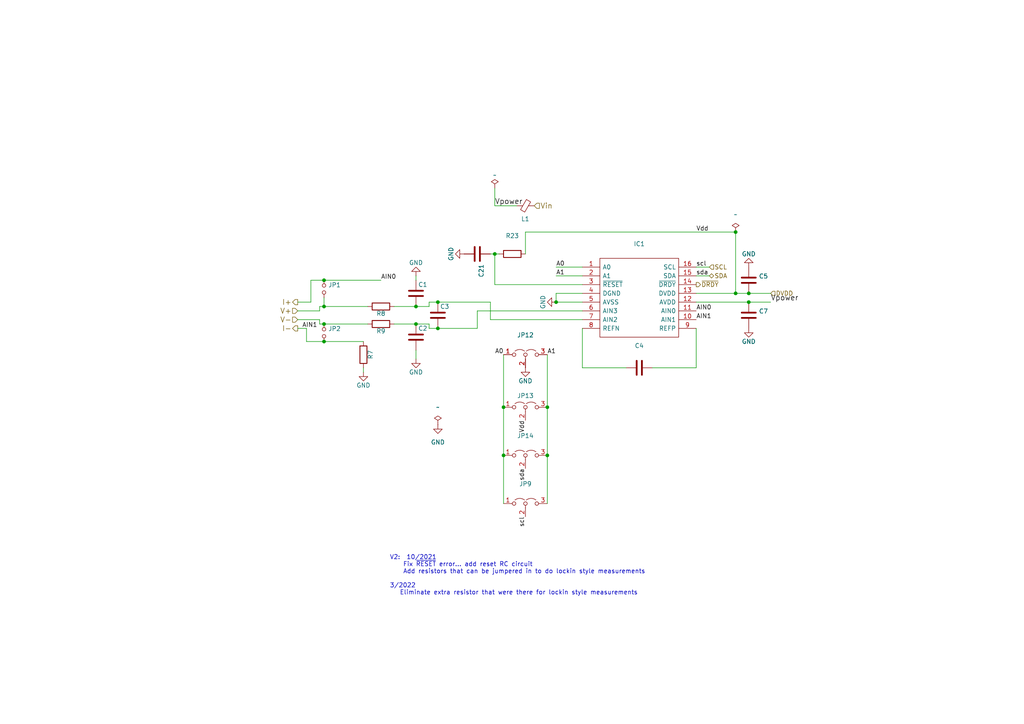
<source format=kicad_sch>
(kicad_sch (version 20211123) (generator eeschema)
  (paper "A4")
  (lib_symbols
    (symbol "0JLC-6:100nF" (pin_numbers hide) (pin_names (offset 0.254))
      (property "Reference" "C" (at 0.635 2.54 0))
      (property "Value" "100nF" (at 0.635 -2.54 0))
      (symbol "100nF_0_1"
        (polyline (pts (xy -2.032 -0.762) (xy 2.032 -0.762)) (stroke (width 0.508)))
        (polyline (pts (xy -2.032 0.762) (xy 2.032 0.762)) (stroke (width 0.508)))
      )
      (symbol "100nF_1_1"
        (pin passive line (at 0 3.81 270) (length 2.794) (name "~") (number "1"))
        (pin passive line (at 0 -3.81 90) (length 2.794) (name "~") (number "2"))
      )
    )
    (symbol "0JLC-6:1K" (pin_numbers hide) (pin_names (offset 0))
      (property "Reference" "R" (at 2.032 0 90))
      (property "Value" "1K" (at 0 0 90))
      (symbol "1K_0_1"
        (rectangle (start -1.016 -2.54) (end 1.016 2.54) (stroke (width 0.254)))
      )
      (symbol "1K_1_1"
        (pin passive line (at 0 3.81 270) (length 1.27) (name "~") (number "1"))
        (pin passive line (at 0 -3.81 90) (length 1.27) (name "~") (number "2"))
      )
    )
    (symbol "Device:C" (pin_numbers hide) (pin_names (offset 0.254))
      (property "Reference" "C" (at 0.635 2.54 0))
      (property "Value" "C" (at 0.635 -2.54 0))
      (symbol "C_0_1"
        (polyline (pts (xy -2.032 -0.762) (xy 2.032 -0.762)) (stroke (width 0.508)))
        (polyline (pts (xy -2.032 0.762) (xy 2.032 0.762)) (stroke (width 0.508)))
      )
      (symbol "C_1_1"
        (pin passive line (at 0 3.81 270) (length 2.794) (name "~") (number "1"))
        (pin passive line (at 0 -3.81 90) (length 2.794) (name "~") (number "2"))
      )
    )
    (symbol "Device:R" (pin_numbers hide) (pin_names (offset 0))
      (property "Reference" "R" (at 2.032 0 90))
      (property "Value" "R" (at 0 0 90))
      (symbol "R_0_1"
        (rectangle (start -1.016 -2.54) (end 1.016 2.54) (stroke (width 0.254)))
      )
      (symbol "R_1_1"
        (pin passive line (at 0 3.81 270) (length 1.27) (name "~") (number "1"))
        (pin passive line (at 0 -3.81 90) (length 1.27) (name "~") (number "2"))
      )
    )
    (symbol "power:GND" (power) (pin_names (offset 0))
      (property "Value" "GND" (at 0 -3.81 0))
      (symbol "GND_0_1"
        (polyline (pts (xy 0 0) (xy 0 -1.27) (xy 1.27 -1.27) (xy 0 -2.54) (xy -1.27 -1.27) (xy 0 -1.27)))
      )
      (symbol "GND_1_1"
        (pin power_in line (at 0 0 270) (length 0) hide (name "GND") (number "1"))
      )
    )
    (symbol "power:PWR_FLAG" (power) (pin_numbers hide) (pin_names (offset 0) hide)
      (property "Value" "PWR_FLAG" (at 0 3.81 0))
      (symbol "PWR_FLAG_0_0"
        (pin power_out line (at 0 0 90) (length 0) (name "pwr") (number "1"))
      )
      (symbol "PWR_FLAG_0_1"
        (polyline (pts (xy 0 0) (xy 0 1.27) (xy -1.016 1.905) (xy 0 2.54) (xy 1.016 1.905) (xy 0 1.27)))
      )
    )
    (symbol "two-wire-single-rescue:ADS112C04IPWR-0my_actives" (pin_names (offset 0.762))
      (property "Reference" "IC" (at 29.21 7.62 0))
      (property "Value" "ADS112C04IPWR-0my_actives" (at 29.21 5.08 0))
      (symbol "ADS112C04IPWR-0my_actives_0_0"
        (pin passive line (at 0 0 0) (length 5.08) (name "A0") (number "1"))
        (pin passive line (at 33.02 -15.24 180) (length 5.08) (name "AIN1") (number "10"))
        (pin passive line (at 33.02 -12.7 180) (length 5.08) (name "AIN0") (number "11"))
        (pin passive line (at 33.02 -10.16 180) (length 5.08) (name "AVDD") (number "12"))
        (pin passive line (at 33.02 -7.62 180) (length 5.08) (name "DVDD") (number "13"))
        (pin passive line (at 33.02 -5.08 180) (length 5.08) (name "~{DRDY}") (number "14"))
        (pin passive line (at 33.02 -2.54 180) (length 5.08) (name "SDA") (number "15"))
        (pin passive line (at 33.02 0 180) (length 5.08) (name "SCL") (number "16"))
        (pin passive line (at 0 -2.54 0) (length 5.08) (name "A1") (number "2"))
        (pin passive line (at 0 -5.08 0) (length 5.08) (name "~{RESET}") (number "3"))
        (pin passive line (at 0 -7.62 0) (length 5.08) (name "DGND") (number "4"))
        (pin passive line (at 0 -10.16 0) (length 5.08) (name "AVSS") (number "5"))
        (pin passive line (at 0 -12.7 0) (length 5.08) (name "AIN3") (number "6"))
        (pin passive line (at 0 -15.24 0) (length 5.08) (name "AIN2") (number "7"))
        (pin passive line (at 0 -17.78 0) (length 5.08) (name "REFN") (number "8"))
        (pin passive line (at 33.02 -17.78 180) (length 5.08) (name "REFP") (number "9"))
      )
      (symbol "ADS112C04IPWR-0my_actives_0_1"
        (polyline (pts (xy 5.08 2.54) (xy 27.94 2.54) (xy 27.94 -20.32) (xy 5.08 -20.32) (xy 5.08 2.54)) (stroke (width 0.1524)))
      )
    )
    (symbol "two-wire-single-rescue:Ferrite_Bead_Small-Device" (pin_numbers hide) (pin_names (offset 0))
      (property "Reference" "FB" (at 1.905 1.27 0))
      (property "Value" "Ferrite_Bead_Small-Device" (at 1.905 -1.27 0))
      (symbol "Ferrite_Bead_Small-Device_0_1"
        (polyline (pts (xy 0 -1.27) (xy 0 -0.7874)))
        (polyline (pts (xy 0 0.889) (xy 0 1.2954)))
        (polyline (pts (xy -1.8288 0.2794) (xy -1.1176 1.4986) (xy 1.8288 -0.2032) (xy 1.1176 -1.4224) (xy -1.8288 0.2794)))
      )
      (symbol "Ferrite_Bead_Small-Device_1_1"
        (pin passive line (at 0 2.54 270) (length 1.27) (name "~") (number "1"))
        (pin passive line (at 0 -2.54 90) (length 1.27) (name "~") (number "2"))
      )
    )
    (symbol "two-wire-single-rescue:Jumper_3_Open-Jumper" (pin_names (offset 0) hide)
      (property "Reference" "JP" (at -2.54 -2.54 0))
      (property "Value" "Jumper_3_Open-Jumper" (at 0 2.794 0))
      (symbol "Jumper_3_Open-Jumper_0_0"
        (circle (center -3.302 0) (radius 0.508))
        (circle (center 0 0) (radius 0.508))
        (circle (center 3.302 0) (radius 0.508))
      )
      (symbol "Jumper_3_Open-Jumper_0_1"
        (arc (start -0.254 1.016) (mid -1.651 1.4992) (end -3.048 1.016))
        (polyline (pts (xy 0 -0.508) (xy 0 -1.27)))
        (arc (start 3.048 1.016) (mid 1.651 1.4992) (end 0.254 1.016))
      )
      (symbol "Jumper_3_Open-Jumper_1_1"
        (pin passive line (at -6.35 0 0) (length 2.54) (name "A") (number "1"))
        (pin input line (at 0 -3.81 90) (length 2.54) (name "C") (number "2"))
        (pin passive line (at 6.35 0 180) (length 2.54) (name "B") (number "3"))
      )
    )
    (symbol "two-wire-single-rescue:Jumper_NO_Small-Device" (pin_numbers hide) (pin_names (offset 0.762) hide)
      (property "Reference" "JP" (at 0 2.032 0))
      (property "Value" "Jumper_NO_Small-Device" (at 0.254 -1.524 0))
      (symbol "Jumper_NO_Small-Device_0_1"
        (circle (center -1.016 0) (radius 0.508))
        (circle (center 1.016 0) (radius 0.508))
        (pin passive line (at -2.54 0 0) (length 1.016) (name "1") (number "1"))
        (pin passive line (at 2.54 0 180) (length 1.016) (name "2") (number "2"))
      )
    )
  )
  (junction (at 217.17 85.09))
  (junction (at 161.29 87.63))
  (junction (at 127 87.63))
  (junction (at 93.98 81.28))
  (junction (at 127 95.25))
  (junction (at 93.98 93.98))
  (junction (at 158.75 118.11))
  (junction (at 146.05 132.08))
  (junction (at 146.05 118.11))
  (junction (at 120.65 93.98))
  (junction (at 143.51 73.66))
  (junction (at 120.65 88.9))
  (junction (at 213.36 85.09))
  (junction (at 158.75 132.08))
  (junction (at 217.17 87.63))
  (junction (at 213.36 67.31))
  (junction (at 93.98 99.06))
  (junction (at 93.98 88.9))
  (wire (pts (xy 152.4 67.31) (xy 152.4 73.66)))
  (wire (pts (xy 201.93 87.63) (xy 217.17 87.63)))
  (wire (pts (xy 127 95.25) (xy 138.43 95.25)))
  (wire (pts (xy 168.91 87.63) (xy 161.29 87.63)))
  (wire (pts (xy 146.05 132.08) (xy 146.05 118.11)))
  (wire (pts (xy 168.91 106.68) (xy 181.61 106.68)))
  (wire (pts (xy 93.98 99.06) (xy 105.41 99.06)))
  (wire (pts (xy 201.93 77.47) (xy 205.74 77.47)))
  (wire (pts (xy 201.93 106.68) (xy 201.93 95.25)))
  (wire (pts (xy 142.24 92.71) (xy 168.91 92.71)))
  (wire (pts (xy 120.65 101.6) (xy 120.65 104.14)))
  (wire (pts (xy 124.46 95.25) (xy 127 95.25)))
  (wire (pts (xy 90.17 87.63) (xy 90.17 81.28)))
  (wire (pts (xy 120.65 81.28) (xy 120.65 80.01)))
  (wire (pts (xy 127 87.63) (xy 142.24 87.63)))
  (wire (pts (xy 86.36 87.63) (xy 90.17 87.63)))
  (wire (pts (xy 142.24 87.63) (xy 142.24 92.71)))
  (wire (pts (xy 138.43 90.17) (xy 138.43 95.25)))
  (wire (pts (xy 142.24 73.66) (xy 143.51 73.66)))
  (wire (pts (xy 120.65 88.9) (xy 124.46 88.9)))
  (wire (pts (xy 217.17 85.09) (xy 223.52 85.09)))
  (wire (pts (xy 92.71 92.71) (xy 86.36 92.71)))
  (wire (pts (xy 92.71 90.17) (xy 86.36 90.17)))
  (wire (pts (xy 124.46 93.98) (xy 124.46 95.25)))
  (wire (pts (xy 168.91 90.17) (xy 138.43 90.17)))
  (wire (pts (xy 205.74 80.01) (xy 201.93 80.01)))
  (wire (pts (xy 168.91 95.25) (xy 168.91 106.68)))
  (wire (pts (xy 106.68 93.98) (xy 93.98 93.98)))
  (wire (pts (xy 213.36 67.31) (xy 152.4 67.31)))
  (wire (pts (xy 168.91 80.01) (xy 161.29 80.01)))
  (wire (pts (xy 168.91 77.47) (xy 161.29 77.47)))
  (wire (pts (xy 105.41 106.68) (xy 105.41 107.95)))
  (wire (pts (xy 120.65 93.98) (xy 124.46 93.98)))
  (wire (pts (xy 146.05 118.11) (xy 146.05 102.87)))
  (wire (pts (xy 114.3 88.9) (xy 120.65 88.9)))
  (wire (pts (xy 158.75 132.08) (xy 158.75 146.05)))
  (wire (pts (xy 93.98 88.9) (xy 92.71 88.9)))
  (wire (pts (xy 143.51 73.66) (xy 143.51 82.55)))
  (wire (pts (xy 90.17 81.28) (xy 93.98 81.28)))
  (wire (pts (xy 114.3 93.98) (xy 120.65 93.98)))
  (wire (pts (xy 93.98 81.28) (xy 110.49 81.28)))
  (wire (pts (xy 86.36 95.25) (xy 88.9 95.25)))
  (wire (pts (xy 92.71 88.9) (xy 92.71 90.17)))
  (wire (pts (xy 143.51 73.66) (xy 144.78 73.66)))
  (wire (pts (xy 88.9 99.06) (xy 93.98 99.06)))
  (wire (pts (xy 201.93 85.09) (xy 213.36 85.09)))
  (wire (pts (xy 161.29 87.63) (xy 161.29 85.09)))
  (wire (pts (xy 106.68 88.9) (xy 93.98 88.9)))
  (wire (pts (xy 124.46 87.63) (xy 127 87.63)))
  (wire (pts (xy 213.36 85.09) (xy 213.36 67.31)))
  (wire (pts (xy 93.98 86.36) (xy 93.98 88.9)))
  (wire (pts (xy 146.05 146.05) (xy 146.05 132.08)))
  (wire (pts (xy 143.51 59.69) (xy 149.86 59.69)))
  (wire (pts (xy 143.51 54.61) (xy 143.51 59.69)))
  (wire (pts (xy 93.98 93.98) (xy 92.71 93.98)))
  (wire (pts (xy 189.23 106.68) (xy 201.93 106.68)))
  (wire (pts (xy 158.75 102.87) (xy 158.75 118.11)))
  (wire (pts (xy 213.36 85.09) (xy 217.17 85.09)))
  (wire (pts (xy 168.91 85.09) (xy 161.29 85.09)))
  (wire (pts (xy 92.71 93.98) (xy 92.71 92.71)))
  (wire (pts (xy 223.52 87.63) (xy 217.17 87.63)))
  (wire (pts (xy 143.51 82.55) (xy 168.91 82.55)))
  (wire (pts (xy 88.9 95.25) (xy 88.9 99.06)))
  (wire (pts (xy 158.75 118.11) (xy 158.75 132.08)))
  (wire (pts (xy 124.46 88.9) (xy 124.46 87.63)))
  (text "V2:  10/2021\n    Fix ~{RESET} error… add reset RC circuit\n    Add resistors that can be jumpered in to do lockin style measurements\n\n3/2022\n   Eliminate extra resistor that were there for lockin style measurements\n" (at 113.03 172.72 0) (effects (font (size 1.27 1.27)) (justify left bottom)))
  (label "A0" (at 146.05 102.87 180))
  (label "AIN0" (at 110.49 81.28 0))
  (label "Vdd" (at 152.4 121.92 270))
  (label "sda" (at 201.93 80.01 0))
  (label "Vdd" (at 201.93 67.31 0))
  (label "scl" (at 152.4 149.86 270))
  (label "Vpower" (at 143.51 59.69 0) (effects (font (size 1.524 1.524))))
  (label "AIN1" (at 201.93 92.71 0))
  (label "Vpower" (at 223.52 87.63 0) (effects (font (size 1.524 1.524))))
  (label "A1" (at 161.29 80.01 0))
  (label "A0" (at 161.29 77.47 0))
  (label "sda" (at 152.4 135.89 270))
  (label "AIN0" (at 201.93 90.17 0))
  (label "AIN1" (at 87.63 95.25 0))
  (label "scl" (at 201.93 77.47 0))
  (label "A1" (at 158.75 102.87 0))
  (hierarchical_label "V+" (shape input) (at 86.36 90.17 180) (effects (font (size 1.524 1.524))))
  (hierarchical_label "SDA" (shape bidirectional) (at 205.74 80.01 0))
  (hierarchical_label "Vin" (shape input) (at 154.94 59.69 0) (effects (font (size 1.524 1.524))))
  (hierarchical_label "SCL" (shape input) (at 205.74 77.47 0))
  (hierarchical_label "I+" (shape output) (at 86.36 87.63 180) (effects (font (size 1.524 1.524))))
  (hierarchical_label "~{DRDY}" (shape output) (at 201.93 82.55 0))
  (hierarchical_label "I-" (shape output) (at 86.36 95.25 180) (effects (font (size 1.524 1.524))))
  (hierarchical_label "V-" (shape input) (at 86.36 92.71 180) (effects (font (size 1.524 1.524))))
  (hierarchical_label "DVDD" (shape input) (at 223.52 85.09 0))
  (symbol (lib_id "Device:R") (at 105.41 102.87 0) (unit 1)
    (property "Reference" "R7" (at 107.442 102.87 90))
    (property "MFR" "Viking" (effects hide))
    (property "MPN" "PTFR0402B100KN9" (effects hide))
    (property "LCSC" "C328415" (effects hide))
  )
  (symbol (lib_id "Device:R") (at 110.49 88.9 270) (unit 1)
    (property "Reference" "R8" (at 110.49 90.932 90))
    (property "MFR" "Yageo" (effects hide))
    (property "MPN" "0402WGF1003TCE" (effects hide))
    (property "SPURL" "-" (effects hide))
    (property "LCSC" "C25741" (effects hide))
  )
  (symbol (lib_id "Device:R") (at 110.49 93.98 270) (unit 1)
    (property "Reference" "R9" (at 110.49 96.012 90))
    (property "MFR" "Yageo" (effects hide))
    (property "MPN" "0402WGF1003TCE" (effects hide))
    (property "SPURL" "-" (effects hide))
    (property "LCSC" "C25741" (effects hide))
  )
  (symbol (lib_id "power:GND") (at 105.41 107.95 0) (unit 1)
    (property "Reference" "#PWR06" (effects hide))
  )
  (symbol (lib_id "two-wire-single-rescue:Ferrite_Bead_Small-Device") (at 152.4 59.69 270) (unit 1)
    (property "Reference" "L1" (at 151.13 63.5 90) (effects (justify left)))
    (property "MFR" "TDK" (effects hide))
    (property "MPN" "MMZ2012Y202B" (effects hide))
    (property "ORIG" "MMZ2012Y152B, C21517" (effects hide))
    (property "LCSC" "C76811" (effects hide))
  )
  (symbol (lib_id "power:PWR_FLAG") (at 143.51 54.61 0) (unit 1)
    (property "Reference" "#FLG03" (effects hide))
  )
  (symbol (lib_id "two-wire-single-rescue:ADS112C04IPWR-0my_actives") (at 168.91 77.47 0) (unit 1)
    (property "Reference" "IC1" (at 185.42 70.739 0))
    (property "Datasheet" "http://www.ti.com/lit/gpn/ads112c04" (effects hide))
    (property "Description" "16-Bit 2kSPS 4-Ch Low-Power Delta-Sigma ADC With PGA, Voltage Reference, 2x IDACs, and I2C Interface" (effects hide))
    (property "Height" "1.2" (effects hide))
    (property "Manufacturer_Name" "Texas Instruments" (effects hide))
    (property "Manufacturer_Part_Number" "ADS112C04IPWR" (effects hide))
    (property "Mouser Part Number" "595-ADS112C04IPWR" (effects hide))
    (property "Mouser Price/Stock" "https://www.mouser.co.uk/ProductDetail/Texas-Instruments/ADS112C04IPWR?qs=55YtniHzbhCnCkXA6WKV4g%3D%3D" (effects hide))
    (property "Arrow Part Number" "ADS112C04IPWR" (effects hide))
    (property "Arrow Price/Stock" "https://www.arrow.com/en/products/ads112c04ipwr/texas-instruments" (effects hide))
  )
  (symbol (lib_id "0JLC-6:100nF") (at 185.42 106.68 270) (unit 1)
    (property "Reference" "C4" (at 185.42 100.2792 90))
    (property "LCSC" "C1525" (effects hide))
    (property "MPN" "CL05B104KO5NNNC" (effects hide))
  )
  (symbol (lib_id "0JLC-6:100nF") (at 217.17 91.44 180) (unit 1)
    (property "Reference" "C7" (at 220.091 90.2716 0) (effects (justify right)))
    (property "LCSC" "C1525" (effects hide))
    (property "MPN" "CL05B104KO5NNNC" (effects hide))
  )
  (symbol (lib_id "0JLC-6:100nF") (at 217.17 81.28 180) (unit 1)
    (property "Reference" "C5" (at 220.091 80.1116 0) (effects (justify right)))
    (property "LCSC" "C1525" (effects hide))
    (property "MPN" "CL05B104KO5NNNC" (effects hide))
  )
  (symbol (lib_id "Device:C") (at 120.65 97.79 0) (unit 1)
    (property "Reference" "C2" (at 121.285 95.25 0) (effects (justify left)))
    (property "Datasheet" "CC0603KRX7R9BB104" (effects hide))
    (property "MPN" "CL05B104KO5NNNC" (effects hide))
    (property "SPURL" "-" (effects hide))
    (property "MFR" "Samsung" (effects hide))
    (property "LCSC" "C1525" (effects hide))
  )
  (symbol (lib_id "Device:C") (at 120.65 85.09 0) (unit 1)
    (property "Reference" "C1" (at 121.285 82.55 0) (effects (justify left)))
    (property "Datasheet" "CC0603KRX7R9BB104" (effects hide))
    (property "Part" "GRM31C5C1E104JA01L " (effects hide))
    (property "Digikey" "490-1767-1-ND " (effects hide))
    (property "MPN" "CL05B104KO5NNNC" (effects hide))
    (property "SPURL" "-" (effects hide))
    (property "MFR" "Samsung" (effects hide))
    (property "LCSC" "C1525" (effects hide))
  )
  (symbol (lib_id "Device:C") (at 127 91.44 0) (unit 1)
    (property "Reference" "C3" (at 127.635 88.9 0) (effects (justify left)))
    (property "MPN" "GCM155C71A105KE38D" (effects hide))
    (property "Manufacturer" "Yageo" (effects hide))
    (property "MFR" "Samsung" (effects hide))
    (property "SPURL" "-" (effects hide))
    (property "LCSC" "C126521" (effects hide))
  )
  (symbol (lib_id "power:GND") (at 120.65 104.14 0) (unit 1)
    (property "Reference" "#PWR0105" (effects hide))
  )
  (symbol (lib_id "power:GND") (at 120.65 80.01 180) (unit 1)
    (property "Reference" "#PWR0106" (effects hide))
  )
  (symbol (lib_id "power:GND") (at 217.17 77.47 180) (unit 1)
    (property "Reference" "#PWR0107" (effects hide))
  )
  (symbol (lib_id "power:GND") (at 217.17 95.25 0) (unit 1)
    (property "Reference" "#PWR0114" (effects hide))
  )
  (symbol (lib_id "0JLC-6:1K") (at 148.59 73.66 270) (unit 1)
    (property "Reference" "R23" (at 148.59 68.4022 90))
    (property "LCSC" "C11702" (effects hide))
    (property "MPN" "0402WGF1001TCE" (effects hide))
  )
  (symbol (lib_id "0JLC-6:100nF") (at 138.43 73.66 90) (unit 1)
    (property "Reference" "C21" (at 139.5984 76.581 0) (effects (justify right)))
    (property "LCSC" "C1525" (effects hide))
    (property "MPN" "CL05B104KO5NNNC" (effects hide))
  )
  (symbol (lib_id "power:GND") (at 161.29 87.63 270) (unit 1)
    (property "Reference" "#PWR0102" (effects hide))
  )
  (symbol (lib_id "power:GND") (at 134.62 73.66 270) (unit 1)
    (property "Reference" "#PWR0124" (effects hide))
  )
  (symbol (lib_id "two-wire-single-rescue:Jumper_3_Open-Jumper") (at 152.4 102.87 0) (unit 1)
    (property "Reference" "JP12" (at 152.4 97.1804 0))
  )
  (symbol (lib_id "two-wire-single-rescue:Jumper_3_Open-Jumper") (at 152.4 118.11 0) (unit 1)
    (property "Reference" "JP13" (at 152.4 114.7826 0))
  )
  (symbol (lib_id "power:GND") (at 152.4 106.68 0) (unit 1)
    (property "Reference" "#PWR0129" (effects hide))
  )
  (symbol (lib_id "two-wire-single-rescue:Jumper_3_Open-Jumper") (at 152.4 132.08 0) (unit 1)
    (property "Reference" "JP14" (at 152.4 126.3904 0))
  )
  (symbol (lib_id "two-wire-single-rescue:Jumper_NO_Small-Device") (at 93.98 83.82 270) (unit 1)
    (property "Reference" "JP1" (at 95.1992 82.6516 90) (effects (justify left)))
  )
  (symbol (lib_id "two-wire-single-rescue:Jumper_NO_Small-Device") (at 93.98 96.52 270) (unit 1)
    (property "Reference" "JP2" (at 95.1992 95.3516 90) (effects (justify left)))
  )
  (symbol (lib_id "two-wire-single-rescue:Jumper_3_Open-Jumper") (at 152.4 146.05 0) (unit 1)
    (property "Reference" "JP9" (at 152.4 140.3604 0))
  )
  (symbol (lib_id "power:PWR_FLAG") (at 213.36 67.31 0) (unit 1)
    (property "Reference" "#FLG0102" (effects hide))
  )
  (symbol (lib_id "power:GND") (at 127 123.19 0) (unit 1)
    (property "Reference" "#PWR0103" (effects hide))
  )
  (symbol (lib_id "power:PWR_FLAG") (at 127 123.19 0) (unit 1)
    (property "Reference" "#FLG0103" (effects hide))
  )
)
</source>
